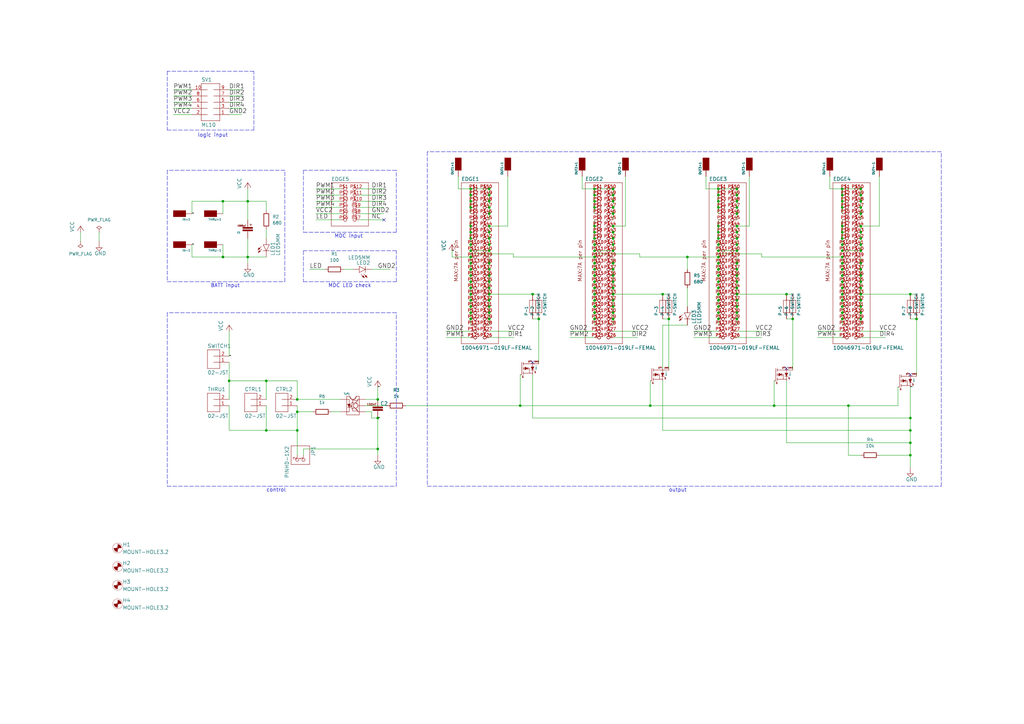
<source format=kicad_sch>
(kicad_sch (version 20250114) (generator "eeschema") (generator_version "9.0")
  (paper "A3")
  (text "BATT input" (at 86.36 118.11 0) (effects (font (size 1.4986 1.4986)) (justify left bottom)))
  (text "MDC input" (at 137.16 97.79 0) (effects (font (size 1.4986 1.4986)) (justify left bottom)))
  (text "logic input" (at 81.026 56.388 0) (effects (font (size 1.4986 1.4986)) (justify left bottom)))
  (text "control" (at 109.22 201.93 0) (effects (font (size 1.4986 1.4986)) (justify left bottom)))
  (text "MDC LED check" (at 134.62 118.11 0) (effects (font (size 1.4986 1.4986)) (justify left bottom)))
  (text "output" (at 274.32 201.93 0) (effects (font (size 1.4986 1.4986)) (justify left bottom)))
  (junction (at 200.66 85.09))
  (junction (at 243.84 80.01))
  (junction (at 353.06 110.49))
  (junction (at 251.46 115.57))
  (junction (at 325.12 130.81))
  (junction (at 200.66 118.11))
  (junction (at 294.64 102.87))
  (junction (at 251.46 95.25))
  (junction (at 353.06 82.55))
  (junction (at 251.46 118.11))
  (junction (at 302.26 92.71))
  (junction (at 294.64 82.55))
  (junction (at 193.04 113.03))
  (junction (at 251.46 85.09))
  (junction (at 101.6 105.41))
  (junction (at 294.64 85.09))
  (junction (at 193.04 118.11))
  (junction (at 200.66 123.19))
  (junction (at 294.64 118.11))
  (junction (at 373.38 181.61))
  (junction (at 345.44 100.33))
  (junction (at 353.06 92.71))
  (junction (at 154.94 171.45))
  (junction (at 251.46 107.95))
  (junction (at 109.22 176.53))
  (junction (at 200.66 113.03))
  (junction (at 91.44 105.41))
  (junction (at 193.04 100.33))
  (junction (at 353.06 130.81))
  (junction (at 281.94 105.41))
  (junction (at 345.44 80.01))
  (junction (at 251.46 125.73))
  (junction (at 345.44 130.81))
  (junction (at 251.46 123.19))
  (junction (at 220.98 130.81))
  (junction (at 302.26 100.33))
  (junction (at 294.64 120.65))
  (junction (at 302.26 87.63))
  (junction (at 294.64 125.73))
  (junction (at 251.46 102.87))
  (junction (at 243.84 125.73))
  (junction (at 193.04 105.41))
  (junction (at 193.04 97.79))
  (junction (at 294.64 100.33))
  (junction (at 353.06 118.11))
  (junction (at 294.64 107.95))
  (junction (at 345.44 120.65))
  (junction (at 353.06 123.19))
  (junction (at 193.04 128.27))
  (junction (at 345.44 107.95))
  (junction (at 251.46 80.01))
  (junction (at 302.26 102.87))
  (junction (at 193.04 85.09))
  (junction (at 302.26 123.19))
  (junction (at 243.84 97.79))
  (junction (at 302.26 77.47))
  (junction (at 345.44 115.57))
  (junction (at 200.66 115.57))
  (junction (at 294.64 105.41))
  (junction (at 243.84 130.81))
  (junction (at 193.04 95.25))
  (junction (at 200.66 87.63))
  (junction (at 200.66 125.73))
  (junction (at 302.26 82.55))
  (junction (at 353.06 80.01))
  (junction (at 200.66 92.71))
  (junction (at 345.44 77.47))
  (junction (at 121.92 176.53))
  (junction (at 251.46 130.81))
  (junction (at 345.44 92.71))
  (junction (at 200.66 82.55))
  (junction (at 251.46 128.27))
  (junction (at 294.64 113.03))
  (junction (at 154.94 184.15))
  (junction (at 243.84 85.09))
  (junction (at 347.98 166.37))
  (junction (at 251.46 113.03))
  (junction (at 193.04 107.95))
  (junction (at 353.06 120.65))
  (junction (at 353.06 107.95))
  (junction (at 200.66 100.33))
  (junction (at 218.44 120.65))
  (junction (at 302.26 97.79))
  (junction (at 243.84 128.27))
  (junction (at 353.06 97.79))
  (junction (at 243.84 95.25))
  (junction (at 345.44 125.73))
  (junction (at 200.66 97.79))
  (junction (at 373.38 176.53))
  (junction (at 353.06 87.63))
  (junction (at 294.64 110.49))
  (junction (at 251.46 100.33))
  (junction (at 193.04 123.19))
  (junction (at 353.06 77.47))
  (junction (at 302.26 85.09))
  (junction (at 353.06 113.03))
  (junction (at 193.04 125.73))
  (junction (at 302.26 120.65))
  (junction (at 243.84 110.49))
  (junction (at 200.66 130.81))
  (junction (at 271.78 120.65))
  (junction (at 345.44 102.87))
  (junction (at 373.38 120.65))
  (junction (at 193.04 110.49))
  (junction (at 193.04 130.81))
  (junction (at 345.44 113.03))
  (junction (at 251.46 77.47))
  (junction (at 345.44 95.25))
  (junction (at 121.92 163.83))
  (junction (at 243.84 123.19))
  (junction (at 294.64 97.79))
  (junction (at 322.58 120.65))
  (junction (at 302.26 125.73))
  (junction (at 200.66 107.95))
  (junction (at 200.66 110.49))
  (junction (at 373.38 171.45))
  (junction (at 193.04 82.55))
  (junction (at 302.26 115.57))
  (junction (at 353.06 95.25))
  (junction (at 294.64 95.25))
  (junction (at 302.26 95.25))
  (junction (at 101.6 82.55))
  (junction (at 251.46 120.65))
  (junction (at 93.98 156.21))
  (junction (at 353.06 128.27))
  (junction (at 345.44 97.79))
  (junction (at 200.66 80.01))
  (junction (at 251.46 110.49))
  (junction (at 251.46 82.55))
  (junction (at 294.64 123.19))
  (junction (at 243.84 102.87))
  (junction (at 294.64 130.81))
  (junction (at 121.92 168.91))
  (junction (at 243.84 118.11))
  (junction (at 200.66 102.87))
  (junction (at 302.26 80.01))
  (junction (at 200.66 120.65))
  (junction (at 353.06 115.57))
  (junction (at 251.46 97.79))
  (junction (at 345.44 128.27))
  (junction (at 317.5 166.37))
  (junction (at 294.64 128.27))
  (junction (at 353.06 100.33))
  (junction (at 345.44 110.49))
  (junction (at 294.64 92.71))
  (junction (at 109.22 156.21))
  (junction (at 200.66 95.25))
  (junction (at 200.66 128.27))
  (junction (at 302.26 130.81))
  (junction (at 302.26 118.11))
  (junction (at 91.44 82.55))
  (junction (at 213.36 166.37))
  (junction (at 302.26 128.27))
  (junction (at 353.06 102.87))
  (junction (at 345.44 82.55))
  (junction (at 345.44 123.19))
  (junction (at 193.04 77.47))
  (junction (at 345.44 85.09))
  (junction (at 193.04 115.57))
  (junction (at 243.84 120.65))
  (junction (at 251.46 92.71))
  (junction (at 243.84 115.57))
  (junction (at 200.66 77.47))
  (junction (at 243.84 107.95))
  (junction (at 294.64 80.01))
  (junction (at 302.26 107.95))
  (junction (at 251.46 87.63))
  (junction (at 193.04 80.01))
  (junction (at 243.84 105.41))
  (junction (at 193.04 102.87))
  (junction (at 345.44 105.41))
  (junction (at 193.04 92.71))
  (junction (at 353.06 125.73))
  (junction (at 243.84 82.55))
  (junction (at 373.38 186.69))
  (junction (at 375.92 130.81))
  (junction (at 294.64 77.47))
  (junction (at 193.04 120.65))
  (junction (at 154.94 163.83))
  (junction (at 266.7 166.37))
  (junction (at 302.26 110.49))
  (junction (at 243.84 100.33))
  (junction (at 243.84 113.03))
  (junction (at 302.26 113.03))
  (junction (at 243.84 77.47))
  (junction (at 294.64 115.57))
  (junction (at 274.32 130.81))
  (junction (at 345.44 118.11))
  (junction (at 243.84 92.71))
  (junction (at 353.06 85.09))
  (no_connect (at 322.58 151.13))
  (no_connect (at 157.48 90.17))
  (no_connect (at 218.44 148.59))
  (no_connect (at 373.38 153.67))
  (wire (pts (xy 243.84 77.47) (xy 251.46 77.47)))
  (polyline (pts (xy 104.14 29.21) (xy 68.58 29.21)) (stroke (width 0) (type dash)))
  (wire (pts (xy 147.32 82.55) (xy 157.48 82.55)))
  (wire (pts (xy 360.68 186.69) (xy 373.38 186.69)))
  (wire (pts (xy 200.66 100.33) (xy 200.66 97.79)))
  (wire (pts (xy 251.46 118.11) (xy 251.46 120.65)))
  (wire (pts (xy 353.06 102.87) (xy 353.06 100.33)))
  (wire (pts (xy 340.36 77.47) (xy 345.44 77.47)))
  (wire (pts (xy 294.64 85.09) (xy 294.64 87.63)))
  (wire (pts (xy 353.06 118.11) (xy 353.06 115.57)))
  (wire (pts (xy 294.64 130.81) (xy 294.64 128.27)))
  (wire (pts (xy 281.94 105.41) (xy 281.94 110.49)))
  (wire (pts (xy 243.84 102.87) (xy 251.46 102.87)))
  (wire (pts (xy 193.04 128.27) (xy 193.04 130.81)))
  (wire (pts (xy 302.26 102.87) (xy 302.26 100.33)))
  (wire (pts (xy 373.38 158.75) (xy 373.38 171.45)))
  (wire (pts (xy 243.84 105.41) (xy 243.84 107.95)))
  (wire (pts (xy 91.44 100.33) (xy 91.44 105.41)))
  (wire (pts (xy 139.7 90.17) (xy 129.54 90.17)))
  (wire (pts (xy 185.42 105.41) (xy 193.04 105.41)))
  (wire (pts (xy 193.04 102.87) (xy 200.66 102.87)))
  (wire (pts (xy 78.74 82.55) (xy 91.44 82.55)))
  (wire (pts (xy 373.38 176.53) (xy 373.38 181.61)))
  (wire (pts (xy 251.46 123.19) (xy 251.46 125.73)))
  (wire (pts (xy 345.44 80.01) (xy 345.44 82.55)))
  (wire (pts (xy 78.74 39.37) (xy 71.12 39.37)))
  (wire (pts (xy 281.94 133.35) (xy 271.78 133.35)))
  (polyline (pts (xy 68.58 115.57) (xy 116.84 115.57)) (stroke (width 0) (type dash)))
  (wire (pts (xy 353.06 118.11) (xy 353.06 120.65)))
  (wire (pts (xy 251.46 110.49) (xy 251.46 107.95)))
  (wire (pts (xy 345.44 100.33) (xy 345.44 102.87)))
  (wire (pts (xy 200.66 92.71) (xy 208.28 92.71)))
  (wire (pts (xy 243.84 113.03) (xy 243.84 115.57)))
  (wire (pts (xy 345.44 90.17) (xy 345.44 92.71)))
  (wire (pts (xy 193.04 138.43) (xy 182.88 138.43)))
  (wire (pts (xy 139.7 82.55) (xy 129.54 82.55)))
  (wire (pts (xy 200.66 87.63) (xy 200.66 90.17)))
  (wire (pts (xy 101.6 77.47) (xy 101.6 82.55)))
  (wire (pts (xy 353.06 120.65) (xy 353.06 123.19)))
  (wire (pts (xy 281.94 105.41) (xy 262.382 105.41)))
  (polyline (pts (xy 68.58 53.34) (xy 104.14 53.34)) (stroke (width 0) (type dash)))
  (wire (pts (xy 200.66 123.19) (xy 200.66 125.73)))
  (wire (pts (xy 154.94 163.83) (xy 149.86 163.83)))
  (wire (pts (xy 294.64 128.27) (xy 294.64 125.73)))
  (wire (pts (xy 294.64 90.17) (xy 294.64 92.71)))
  (wire (pts (xy 345.44 113.03) (xy 345.44 115.57)))
  (wire (pts (xy 200.66 85.09) (xy 200.66 87.63)))
  (wire (pts (xy 302.26 128.27) (xy 302.26 130.81)))
  (wire (pts (xy 200.66 128.27) (xy 200.66 130.81)))
  (wire (pts (xy 251.46 100.33) (xy 251.46 97.79)))
  (wire (pts (xy 302.26 135.89) (xy 312.42 135.89)))
  (wire (pts (xy 200.66 95.25) (xy 200.66 92.71)))
  (polyline (pts (xy 162.56 102.87) (xy 124.46 102.87)) (stroke (width 0) (type dash)))
  (wire (pts (xy 312.42 104.14) (xy 294.64 104.14)))
  (polyline (pts (xy 104.14 53.34) (xy 104.14 29.21)) (stroke (width 0) (type dash)))
  (wire (pts (xy 256.54 92.71) (xy 256.54 72.39)))
  (polyline (pts (xy 175.26 62.23) (xy 175.26 199.39)) (stroke (width 0) (type dash)))
  (wire (pts (xy 373.38 186.69) (xy 373.38 191.77)))
  (wire (pts (xy 193.04 95.25) (xy 193.04 97.79)))
  (wire (pts (xy 135.89 168.91) (xy 139.7 168.91)))
  (wire (pts (xy 243.84 82.55) (xy 243.84 85.09)))
  (wire (pts (xy 147.32 80.01) (xy 157.48 80.01)))
  (wire (pts (xy 340.36 72.39) (xy 340.36 77.47)))
  (wire (pts (xy 251.46 97.79) (xy 251.46 95.25)))
  (wire (pts (xy 139.7 85.09) (xy 129.54 85.09)))
  (wire (pts (xy 317.5 166.37) (xy 347.98 166.37)))
  (wire (pts (xy 101.6 82.55) (xy 109.22 82.55)))
  (wire (pts (xy 200.66 130.81) (xy 200.66 133.35)))
  (wire (pts (xy 93.98 176.53) (xy 93.98 166.37)))
  (wire (pts (xy 91.44 87.63) (xy 91.44 82.55)))
  (wire (pts (xy 147.32 77.47) (xy 157.48 77.47)))
  (wire (pts (xy 193.04 107.95) (xy 193.04 110.49)))
  (wire (pts (xy 218.44 130.81) (xy 220.98 130.81)))
  (wire (pts (xy 243.84 130.81) (xy 243.84 128.27)))
  (wire (pts (xy 294.64 97.79) (xy 294.64 100.33)))
  (wire (pts (xy 101.6 105.41) (xy 109.22 105.41)))
  (wire (pts (xy 345.44 123.19) (xy 345.44 120.65)))
  (wire (pts (xy 345.44 118.11) (xy 345.44 120.65)))
  (wire (pts (xy 152.4 171.45) (xy 152.4 168.91)))
  (wire (pts (xy 353.06 128.27) (xy 353.06 130.81)))
  (wire (pts (xy 158.75 166.37) (xy 149.86 166.37)))
  (wire (pts (xy 93.98 39.37) (xy 99.06 39.37)))
  (wire (pts (xy 373.38 120.65) (xy 353.06 120.65)))
  (wire (pts (xy 187.96 77.47) (xy 193.04 77.47)))
  (wire (pts (xy 353.06 95.25) (xy 353.06 92.71)))
  (wire (pts (xy 243.84 90.17) (xy 243.84 92.71)))
  (wire (pts (xy 353.06 107.95) (xy 353.06 105.41)))
  (wire (pts (xy 121.92 168.91) (xy 121.92 166.37)))
  (wire (pts (xy 243.84 97.79) (xy 243.84 100.33)))
  (wire (pts (xy 294.64 123.19) (xy 294.64 120.65)))
  (wire (pts (xy 353.06 130.81) (xy 353.06 133.35)))
  (wire (pts (xy 345.44 97.79) (xy 345.44 100.33)))
  (wire (pts (xy 152.4 110.49) (xy 160.02 110.49)))
  (wire (pts (xy 193.04 125.73) (xy 193.04 128.27)))
  (wire (pts (xy 200.66 138.43) (xy 210.82 138.43)))
  (wire (pts (xy 307.34 72.39) (xy 307.34 92.71)))
  (wire (pts (xy 200.66 97.79) (xy 200.66 95.25)))
  (wire (pts (xy 345.44 128.27) (xy 345.44 125.73)))
  (wire (pts (xy 294.64 107.95) (xy 294.64 110.49)))
  (wire (pts (xy 154.94 184.15) (xy 154.94 186.69)))
  (wire (pts (xy 193.04 77.47) (xy 193.04 80.01)))
  (wire (pts (xy 322.58 130.81) (xy 325.12 130.81)))
  (wire (pts (xy 243.84 100.33) (xy 243.84 102.87)))
  (wire (pts (xy 121.92 156.21) (xy 121.92 163.83)))
  (wire (pts (xy 243.84 133.35) (xy 243.84 130.81)))
  (wire (pts (xy 347.98 186.69) (xy 347.98 166.37)))
  (wire (pts (xy 251.46 138.43) (xy 261.62 138.43)))
  (wire (pts (xy 325.12 130.81) (xy 325.12 151.13)))
  (wire (pts (xy 193.04 90.17) (xy 193.04 92.71)))
  (wire (pts (xy 154.94 158.75) (xy 154.94 163.83)))
  (wire (pts (xy 121.92 186.69) (xy 121.92 176.53)))
  (wire (pts (xy 345.44 105.41) (xy 345.44 107.95)))
  (wire (pts (xy 345.44 85.09) (xy 345.44 87.63)))
  (wire (pts (xy 251.46 113.03) (xy 251.46 110.49)))
  (wire (pts (xy 147.32 90.17) (xy 157.48 90.17)))
  (wire (pts (xy 243.84 107.95) (xy 243.84 110.49)))
  (wire (pts (xy 360.68 92.71) (xy 360.68 72.39)))
  (wire (pts (xy 271.78 156.21) (xy 271.78 176.53)))
  (wire (pts (xy 262.382 105.41) (xy 262.382 104.14)))
  (wire (pts (xy 78.74 46.99) (xy 71.12 46.99)))
  (polyline (pts (xy 68.58 29.21) (xy 68.58 53.34)) (stroke (width 0) (type dash)))
  (wire (pts (xy 193.04 80.01) (xy 193.04 82.55)))
  (wire (pts (xy 109.22 176.53) (xy 93.98 176.53)))
  (wire (pts (xy 200.66 82.55) (xy 200.66 85.09)))
  (wire (pts (xy 373.38 171.45) (xy 373.38 176.53)))
  (wire (pts (xy 40.64 95.25) (xy 40.64 99.06)))
  (wire (pts (xy 93.98 41.91) (xy 99.06 41.91)))
  (wire (pts (xy 93.98 146.05) (xy 93.98 135.89)))
  (wire (pts (xy 124.46 184.15) (xy 154.94 184.15)))
  (wire (pts (xy 345.44 125.73) (xy 345.44 123.19)))
  (wire (pts (xy 302.26 100.33) (xy 302.26 97.79)))
  (wire (pts (xy 93.98 36.83) (xy 99.06 36.83)))
  (wire (pts (xy 93.98 156.21) (xy 93.98 163.83)))
  (wire (pts (xy 243.84 104.14) (xy 243.84 105.41)))
  (wire (pts (xy 139.7 163.83) (xy 121.92 163.83)))
  (wire (pts (xy 251.46 125.73) (xy 251.46 128.27)))
  (wire (pts (xy 302.26 80.01) (xy 302.26 82.55)))
  (wire (pts (xy 210.566 104.14) (xy 193.04 104.14)))
  (wire (pts (xy 213.36 153.67) (xy 213.36 166.37)))
  (wire (pts (xy 294.64 113.03) (xy 294.64 115.57)))
  (wire (pts (xy 218.44 171.45) (xy 373.38 171.45)))
  (wire (pts (xy 294.64 135.89) (xy 284.48 135.89)))
  (wire (pts (xy 193.04 130.81) (xy 193.04 133.35)))
  (wire (pts (xy 147.32 85.09) (xy 157.48 85.09)))
  (wire (pts (xy 139.7 87.63) (xy 129.54 87.63)))
  (wire (pts (xy 302.26 110.49) (xy 302.26 107.95)))
  (wire (pts (xy 243.84 92.71) (xy 243.84 95.25)))
  (wire (pts (xy 220.98 120.65) (xy 218.44 120.65)))
  (wire (pts (xy 294.64 118.11) (xy 294.64 120.65)))
  (polyline (pts (xy 124.46 69.85) (xy 124.46 95.25)) (stroke (width 0) (type dash)))
  (wire (pts (xy 294.64 105.41) (xy 294.64 107.95)))
  (wire (pts (xy 345.44 138.43) (xy 335.28 138.43)))
  (wire (pts (xy 251.46 115.57) (xy 251.46 113.03)))
  (polyline (pts (xy 68.58 128.27) (xy 68.58 199.39)) (stroke (width 0) (type dash)))
  (wire (pts (xy 373.38 130.81) (xy 375.92 130.81)))
  (wire (pts (xy 213.36 166.37) (xy 266.7 166.37)))
  (wire (pts (xy 243.84 77.47) (xy 243.84 80.01)))
  (wire (pts (xy 302.26 77.47) (xy 302.26 80.01)))
  (wire (pts (xy 302.26 138.43) (xy 312.42 138.43)))
  (wire (pts (xy 368.3 166.37) (xy 368.3 158.75)))
  (wire (pts (xy 101.6 105.41) (xy 101.6 107.95)))
  (wire (pts (xy 322.58 181.61) (xy 373.38 181.61)))
  (wire (pts (xy 345.44 115.57) (xy 345.44 118.11)))
  (wire (pts (xy 109.22 176.53) (xy 109.22 166.37)))
  (wire (pts (xy 294.64 104.14) (xy 294.64 105.41)))
  (wire (pts (xy 307.34 92.71) (xy 302.26 92.71)))
  (wire (pts (xy 243.84 85.09) (xy 243.84 87.63)))
  (wire (pts (xy 302.26 87.63) (xy 302.26 90.17)))
  (wire (pts (xy 238.76 77.47) (xy 243.84 77.47)))
  (wire (pts (xy 251.46 135.89) (xy 261.62 135.89)))
  (wire (pts (xy 218.44 153.67) (xy 218.44 171.45)))
  (wire (pts (xy 243.84 80.01) (xy 243.84 82.55)))
  (wire (pts (xy 243.84 125.73) (xy 243.84 123.19)))
  (wire (pts (xy 353.06 113.03) (xy 353.06 110.49)))
  (wire (pts (xy 193.04 118.11) (xy 193.04 120.65)))
  (polyline (pts (xy 116.84 69.85) (xy 68.58 69.85)) (stroke (width 0) (type dash)))
  (wire (pts (xy 302.26 115.57) (xy 302.26 113.03)))
  (wire (pts (xy 193.04 123.19) (xy 193.04 125.73)))
  (wire (pts (xy 154.94 171.45) (xy 154.94 184.15)))
  (wire (pts (xy 317.5 166.37) (xy 317.5 156.21)))
  (wire (pts (xy 373.38 181.61) (xy 373.38 186.69)))
  (wire (pts (xy 238.76 72.39) (xy 238.76 77.47)))
  (wire (pts (xy 101.6 105.41) (xy 101.6 97.79)))
  (wire (pts (xy 243.84 135.89) (xy 233.68 135.89)))
  (wire (pts (xy 294.64 115.57) (xy 294.64 118.11)))
  (wire (pts (xy 345.44 82.55) (xy 345.44 85.09)))
  (wire (pts (xy 243.84 110.49) (xy 243.84 113.03)))
  (wire (pts (xy 294.64 102.87) (xy 302.26 102.87)))
  (wire (pts (xy 200.66 113.03) (xy 200.66 115.57)))
  (wire (pts (xy 251.46 82.55) (xy 251.46 85.09)))
  (wire (pts (xy 200.66 80.01) (xy 200.66 82.55)))
  (wire (pts (xy 78.74 87.63) (xy 78.74 82.55)))
  (wire (pts (xy 294.64 92.71) (xy 294.64 95.25)))
  (wire (pts (xy 193.04 92.71) (xy 193.04 95.25)))
  (wire (pts (xy 154.94 171.45) (xy 152.4 171.45)))
  (wire (pts (xy 243.84 115.57) (xy 243.84 118.11)))
  (wire (pts (xy 251.46 102.87) (xy 251.46 100.33)))
  (wire (pts (xy 274.32 120.65) (xy 271.78 120.65)))
  (wire (pts (xy 281.94 118.11) (xy 281.94 125.73)))
  (polyline (pts (xy 162.56 69.85) (xy 124.46 69.85)) (stroke (width 0) (type dash)))
  (polyline (pts (xy 162.56 128.27) (xy 68.58 128.27)) (stroke (width 0) (type dash)))
  (wire (pts (xy 271.78 133.35) (xy 271.78 151.13)))
  (wire (pts (xy 271.78 130.81) (xy 274.32 130.81)))
  (wire (pts (xy 101.6 90.17) (xy 101.6 82.55)))
  (wire (pts (xy 109.22 82.55) (xy 109.22 86.36)))
  (wire (pts (xy 251.46 120.65) (xy 251.46 123.19)))
  (wire (pts (xy 302.26 95.25) (xy 302.26 92.71)))
  (wire (pts (xy 274.32 130.81) (xy 274.32 151.13)))
  (wire (pts (xy 251.46 128.27) (xy 251.46 130.81)))
  (wire (pts (xy 353.06 123.19) (xy 353.06 125.73)))
  (wire (pts (xy 251.46 85.09) (xy 251.46 87.63)))
  (polyline (pts (xy 68.58 199.39) (xy 162.56 199.39)) (stroke (width 0) (type dash)))
  (wire (pts (xy 251.46 120.65) (xy 271.78 120.65)))
  (wire (pts (xy 353.06 110.49) (xy 353.06 107.95)))
  (wire (pts (xy 93.98 46.99) (xy 99.06 46.99)))
  (wire (pts (xy 345.44 77.47) (xy 345.44 80.01)))
  (wire (pts (xy 200.66 110.49) (xy 200.66 113.03)))
  (wire (pts (xy 78.74 36.83) (xy 71.12 36.83)))
  (wire (pts (xy 294.64 77.47) (xy 294.64 80.01)))
  (wire (pts (xy 251.46 107.95) (xy 251.46 105.41)))
  (wire (pts (xy 353.06 85.09) (xy 353.06 87.63)))
  (wire (pts (xy 345.44 92.71) (xy 345.44 95.25)))
  (wire (pts (xy 218.44 120.65) (xy 200.66 120.65)))
  (wire (pts (xy 294.64 80.01) (xy 294.64 82.55)))
  (wire (pts (xy 345.44 105.41) (xy 312.42 105.41)))
  (wire (pts (xy 193.04 113.03) (xy 193.04 115.57)))
  (wire (pts (xy 243.84 118.11) (xy 243.84 120.65)))
  (wire (pts (xy 302.26 120.65) (xy 302.26 123.19)))
  (wire (pts (xy 193.04 77.47) (xy 200.66 77.47)))
  (wire (pts (xy 353.06 138.43) (xy 363.22 138.43)))
  (wire (pts (xy 251.46 87.63) (xy 251.46 90.17)))
  (wire (pts (xy 345.44 135.89) (xy 335.28 135.89)))
  (wire (pts (xy 124.46 186.69) (xy 124.46 184.15)))
  (wire (pts (xy 289.56 77.47) (xy 294.64 77.47)))
  (wire (pts (xy 185.42 102.87) (xy 185.42 105.41)))
  (wire (pts (xy 78.74 100.33) (xy 78.74 105.41)))
  (polyline (pts (xy 124.46 102.87) (xy 124.46 115.57)) (stroke (width 0) (type dash)))
  (wire (pts (xy 294.64 110.49) (xy 294.64 113.03)))
  (wire (pts (xy 353.06 80.01) (xy 353.06 82.55)))
  (wire (pts (xy 289.56 72.39) (xy 289.56 77.47)))
  (wire (pts (xy 345.44 77.47) (xy 353.06 77.47)))
  (wire (pts (xy 353.06 135.89) (xy 363.22 135.89)))
  (wire (pts (xy 91.44 105.41) (xy 101.6 105.41)))
  (wire (pts (xy 78.74 41.91) (xy 71.12 41.91)))
  (wire (pts (xy 312.42 105.41) (xy 312.42 104.14)))
  (wire (pts (xy 302.26 97.79) (xy 302.26 95.25)))
  (wire (pts (xy 322.58 156.21) (xy 322.58 181.61)))
  (wire (pts (xy 294.64 133.35) (xy 294.64 130.81)))
  (polyline (pts (xy 68.58 69.85) (xy 68.58 115.57)) (stroke (width 0) (type dash)))
  (polyline (pts (xy 386.08 62.23) (xy 175.26 62.23)) (stroke (width 0) (type dash)))
  (wire (pts (xy 193.04 97.79) (xy 193.04 100.33)))
  (polyline (pts (xy 162.56 199.39) (xy 162.56 128.27)) (stroke (width 0) (type dash)))
  (wire (pts (xy 251.46 92.71) (xy 256.54 92.71)))
  (wire (pts (xy 347.98 166.37) (xy 368.3 166.37)))
  (wire (pts (xy 193.04 105.41) (xy 193.04 107.95)))
  (wire (pts (xy 294.64 77.47) (xy 302.26 77.47)))
  (wire (pts (xy 353.06 82.55) (xy 353.06 85.09)))
  (wire (pts (xy 109.22 156.21) (xy 109.22 163.83)))
  (wire (pts (xy 345.44 95.25) (xy 345.44 97.79)))
  (wire (pts (xy 200.66 118.11) (xy 200.66 120.65)))
  (wire (pts (xy 208.28 72.39) (xy 208.28 92.71)))
  (wire (pts (xy 294.64 138.43) (xy 284.48 138.43)))
  (wire (pts (xy 93.98 44.45) (xy 99.06 44.45)))
  (wire (pts (xy 200.66 135.89) (xy 210.82 135.89)))
  (wire (pts (xy 353.06 100.33) (xy 353.06 97.79)))
  (wire (pts (xy 271.78 176.53) (xy 373.38 176.53)))
  (wire (pts (xy 200.66 102.87) (xy 200.66 100.33)))
  (polyline (pts (xy 116.84 115.57) (xy 116.84 69.85)) (stroke (width 0) (type dash)))
  (wire (pts (xy 121.92 176.53) (xy 109.22 176.53)))
  (wire (pts (xy 353.06 97.79) (xy 353.06 95.25)))
  (wire (pts (xy 251.46 118.11) (xy 251.46 115.57)))
  (wire (pts (xy 140.97 110.49) (xy 144.78 110.49)))
  (wire (pts (xy 187.96 72.39) (xy 187.96 77.47)))
  (wire (pts (xy 251.46 95.25) (xy 251.46 92.71)))
  (wire (pts (xy 302.26 82.55) (xy 302.26 85.09)))
  (wire (pts (xy 210.566 105.41) (xy 210.566 104.14)))
  (wire (pts (xy 302.26 118.11) (xy 302.26 120.65)))
  (wire (pts (xy 193.04 115.57) (xy 193.04 118.11)))
  (wire (pts (xy 93.98 156.21) (xy 109.22 156.21)))
  (wire (pts (xy 93.98 148.59) (xy 93.98 156.21)))
  (wire (pts (xy 193.04 82.55) (xy 193.04 85.09)))
  (wire (pts (xy 193.04 120.65) (xy 193.04 123.19)))
  (wire (pts (xy 353.06 77.47) (xy 353.06 80.01)))
  (wire (pts (xy 281.94 105.41) (xy 294.64 105.41)))
  (wire (pts (xy 243.84 105.41) (xy 210.566 105.41)))
  (wire (pts (xy 345.44 110.49) (xy 345.44 113.03)))
  (wire (pts (xy 345.44 130.81) (xy 345.44 128.27)))
  (wire (pts (xy 266.7 166.37) (xy 317.5 166.37)))
  (polyline (pts (xy 175.26 199.39) (xy 386.08 199.39)) (stroke (width 0) (type dash)))
  (wire (pts (xy 193.04 110.49) (xy 193.04 113.03)))
  (wire (pts (xy 294.64 82.55) (xy 294.64 85.09)))
  (wire (pts (xy 302.26 85.09) (xy 302.26 87.63)))
  (wire (pts (xy 78.74 105.41) (xy 91.44 105.41)))
  (wire (pts (xy 200.66 120.65) (xy 200.66 123.19)))
  (wire (pts (xy 147.32 87.63) (xy 157.48 87.63)))
  (wire (pts (xy 220.98 130.81) (xy 220.98 148.59)))
  (wire (pts (xy 302.26 125.73) (xy 302.26 128.27)))
  (wire (pts (xy 325.12 120.65) (xy 322.58 120.65)))
  (wire (pts (xy 251.46 80.01) (xy 251.46 82.55)))
  (wire (pts (xy 302.26 123.19) (xy 302.26 125.73)))
  (wire (pts (xy 200.66 115.57) (xy 200.66 118.11)))
  (wire (pts (xy 345.44 102.87) (xy 353.06 102.87)))
  (wire (pts (xy 251.46 130.81) (xy 251.46 133.35)))
  (wire (pts (xy 294.64 125.73) (xy 294.64 123.19)))
  (wire (pts (xy 33.02 95.25) (xy 33.02 99.06)))
  (wire (pts (xy 345.44 133.35) (xy 345.44 130.81)))
  (wire (pts (xy 353.06 92.71) (xy 360.68 92.71)))
  (wire (pts (xy 243.84 128.27) (xy 243.84 125.73)))
  (polyline (pts (xy 124.46 95.25) (xy 162.56 95.25)) (stroke (width 0) (type dash)))
  (wire (pts (xy 262.382 104.14) (xy 243.84 104.14)))
  (wire (pts (xy 302.26 130.81) (xy 302.26 133.35)))
  (wire (pts (xy 78.74 44.45) (xy 71.12 44.45)))
  (wire (pts (xy 302.26 113.03) (xy 302.26 110.49)))
  (wire (pts (xy 322.58 120.65) (xy 302.26 120.65)))
  (wire (pts (xy 127 110.49) (xy 133.35 110.49)))
  (wire (pts (xy 353.06 186.69) (xy 347.98 186.69)))
  (wire (pts (xy 121.92 168.91) (xy 128.27 168.91)))
  (wire (pts (xy 243.84 138.43) (xy 233.68 138.43)))
  (wire (pts (xy 353.06 115.57) (xy 353.06 113.03)))
  (wire (pts (xy 166.37 166.37) (xy 213.36 166.37)))
  (wire (pts (xy 375.92 153.67) (xy 375.92 130.81)))
  (polyline (pts (xy 162.56 115.57) (xy 162.56 102.87)) (stroke (width 0) (type dash)))
  (polyline (pts (xy 162.56 95.25) (xy 162.56 69.85)) (stroke (width 0) (type dash)))
  (wire (pts (xy 243.84 123.19) (xy 243.84 120.65)))
  (wire (pts (xy 200.66 125.73) (xy 200.66 128.27)))
  (wire (pts (xy 353.06 125.73) (xy 353.06 128.27)))
  (wire (pts (xy 193.04 135.89) (xy 182.88 135.89)))
  (wire (pts (xy 200.66 77.47) (xy 200.66 80.01)))
  (wire (pts (xy 139.7 80.01) (xy 129.54 80.01)))
  (wire (pts (xy 294.64 95.25) (xy 294.64 97.79)))
  (wire (pts (xy 302.26 107.95) (xy 302.26 105.41)))
  (wire (pts (xy 193.04 85.09) (xy 193.04 87.63)))
  (wire (pts (xy 345.44 107.95) (xy 345.44 110.49)))
  (wire (pts (xy 266.7 166.37) (xy 266.7 156.21)))
  (wire (pts (xy 121.92 176.53) (xy 121.92 168.91)))
  (wire (pts (xy 200.66 105.41) (xy 200.66 107.95)))
  (wire (pts (xy 243.84 95.25) (xy 243.84 97.79)))
  (wire (pts (xy 193.04 100.33) (xy 193.04 102.87)))
  (polyline (pts (xy 124.46 115.57) (xy 162.56 115.57)) (stroke (width 0) (type dash)))
  (wire (pts (xy 139.7 77.47) (xy 129.54 77.47)))
  (wire (pts (xy 109.22 93.98) (xy 109.22 97.79)))
  (wire (pts (xy 375.92 120.65) (xy 373.38 120.65)))
  (wire (pts (xy 353.06 87.63) (xy 353.06 90.17)))
  (wire (pts (xy 109.22 156.21) (xy 121.92 156.21)))
  (wire (pts (xy 294.64 100.33) (xy 294.64 102.87)))
  (wire (pts (xy 152.4 168.91) (xy 149.86 168.91)))
  (wire (pts (xy 91.44 82.55) (xy 101.6 82.55)))
  (wire (pts (xy 193.04 104.14) (xy 193.04 105.41)))
  (wire (pts (xy 200.66 107.95) (xy 200.66 110.49)))
  (polyline (pts (xy 386.08 199.39) (xy 386.08 62.23)) (stroke (width 0) (type dash)))
  (wire (pts (xy 302.26 118.11) (xy 302.26 115.57)))
  (wire (pts (xy 251.46 77.47) (xy 251.46 80.01)))
  (label "DIR1" (at 152.4 77.47 0) (effects (font (size 1.778 1.778))))
  (label "GND" (at 78.74 100.33 0) (effects (font (size 0.254 0.254))))
  (label "GND2" (at 152.4 87.63 0) (effects (font (size 1.778 1.778))))
  (label "PWM3" (at 71.12 41.91 0) (effects (font (size 1.778 1.778))))
  (label "VCC" (at 154.94 158.75 0) (effects (font (size 0.254 0.254))))
  (label "GND2" (at 233.68 135.89 0) (effects (font (size 1.778 1.778))))
  (label "DIR2" (at 93.98 39.37 0) (effects (font (size 1.778 1.778))))
  (label "PWM1" (at 182.88 138.43 0) (effects (font (size 1.778 1.778))))
  (label "VCC" (at 78.74 87.63 0) (effects (font (size 0.254 0.254))))
  (label "NC" (at 152.4 90.17 0) (effects (font (size 1.778 1.778))))
  (label "LED" (at 129.54 90.17 0) (effects (font (size 1.778 1.778))))
  (label "VCC2" (at 259.08 135.89 0) (effects (font (size 1.778 1.778))))
  (label "GND" (at 154.94 171.45 0) (effects (font (size 0.254 0.254))))
  (label "GND2" (at 284.48 135.89 0) (effects (font (size 1.778 1.778))))
  (label "PWM1" (at 129.54 77.47 0) (effects (font (size 1.778 1.778))))
  (label "GND" (at 373.38 158.75 0) (effects (font (size 0.254 0.254))))
  (label "DIR1" (at 208.28 138.43 0) (effects (font (size 1.778 1.778))))
  (label "VCC" (at 93.98 146.05 0) (effects (font (size 0.254 0.254))))
  (label "PWM1" (at 71.12 36.83 0) (effects (font (size 1.778 1.778))))
  (label "GND2" (at 335.28 135.89 0) (effects (font (size 1.778 1.778))))
  (label "VCC2" (at 360.68 135.89 0) (effects (font (size 1.778 1.778))))
  (label "PWM4" (at 129.54 85.09 0) (effects (font (size 1.778 1.778))))
  (label "VCC" (at 185.42 102.87 0) (effects (font (size 0.254 0.254))))
  (label "DIR3" (at 309.88 138.43 0) (effects (font (size 1.778 1.778))))
  (label "LED" (at 127 110.49 0) (effects (font (size 1.778 1.778))))
  (label "VCC2" (at 208.28 135.89 0) (effects (font (size 1.778 1.778))))
  (label "GND2" (at 154.94 110.49 0) (effects (font (size 1.778 1.778))))
  (label "GND2" (at 182.88 135.89 0) (effects (font (size 1.778 1.778))))
  (label "DIR4" (at 152.4 85.09 0) (effects (font (size 1.778 1.778))))
  (label "VCC2" (at 129.54 87.63 0) (effects (font (size 1.778 1.778))))
  (label "VCC2" (at 71.12 46.99 0) (effects (font (size 1.778 1.778))))
  (label "DIR3" (at 93.98 41.91 0) (effects (font (size 1.778 1.778))))
  (label "PWM2" (at 129.54 80.01 0) (effects (font (size 1.778 1.778))))
  (label "DIR3" (at 152.4 82.55 0) (effects (font (size 1.778 1.778))))
  (label "PWM4" (at 71.12 44.45 0) (effects (font (size 1.778 1.778))))
  (label "DIR1" (at 93.98 36.83 0) (effects (font (size 1.778 1.778))))
  (label "DIR2" (at 152.4 80.01 0) (effects (font (size 1.778 1.778))))
  (label "PWM3" (at 284.48 138.43 0) (effects (font (size 1.778 1.778))))
  (label "PWM2" (at 71.12 39.37 0) (effects (font (size 1.778 1.778))))
  (label "PWM3" (at 129.54 82.55 0) (effects (font (size 1.778 1.778))))
  (label "DIR2" (at 259.08 138.43 0) (effects (font (size 1.778 1.778))))
  (label "DIR4" (at 93.98 44.45 0) (effects (font (size 1.778 1.778))))
  (label "PWM2" (at 233.68 138.43 0) (effects (font (size 1.778 1.778))))
  (label "VCC2" (at 309.88 135.89 0) (effects (font (size 1.778 1.778))))
  (label "PWM4" (at 335.28 138.43 0) (effects (font (size 1.778 1.778))))
  (label "GND2" (at 93.98 46.99 0) (effects (font (size 1.778 1.778))))
  (label "DIR4" (at 360.68 138.43 0) (effects (font (size 1.778 1.778))))
  (symbol (lib_id "PowerUnit-Bseries(ver1.0)-eagle-import:PADS14") (at 76.2 87.63 180) (unit 1)
    (property "Reference" "IN+1" (at 78.105 89.535 0) (effects (font (size 0.8636 0.8636)) (justify left bottom)))
    (property "Value" "PADS14" (effects (hide yes)))
    (property "Footprint" "2022年度回路班_新電源基板:AWG14" (effects (hide yes)))
  )
  (symbol (lib_id "PowerUnit-Bseries(ver1.0)-eagle-import:PINHD-1X2") (at 121.92 189.23 270) (unit 1)
    (property "Reference" "JP1" (at 127.635 182.88 0) (effects (font (size 1.4986 1.4986)) (justify left bottom)))
    (property "Value" "PINHD-1X2" (at 116.84 182.88 0) (effects (font (size 1.4986 1.4986)) (justify left bottom)))
    (property "Footprint" "2022年度回路班_新電源基板:1X02" (effects (hide yes)))
  )
  (symbol (lib_id "PowerUnit-Bseries(ver1.0)-eagle-import:10046971-019LF-FEMAL") (at 347.98 107.95 0) (unit 1)
    (property "Reference" "EDGE4" (at 341.63 74.295 0) (effects (font (size 1.4986 1.4986)) (justify left bottom)))
    (property "Value" "10046971-019LF-FEMAL" (at 341.63 143.51 0) (effects (font (size 1.4986 1.4986)) (justify left bottom)))
    (property "Footprint" "2022年度回路班_新電源基板:10046971-019LF" (effects (hide yes)))
  )
  (symbol (lib_id "PowerUnit-Bseries(ver1.0)-eagle-import:P-SWITCH") (at 325.12 125.73 0) (unit 1)
    (property "Reference" "P-6" (at 323.215 129.54 90) (effects (font (size 1.1938 1.1938)) (justify left bottom)))
    (property "Value" "P-SWITCH" (at 328.295 129.54 90) (effects (font (size 1.1938 1.1938)) (justify left bottom)))
    (property "Footprint" "2022年度回路班_新電源基板:P-SWITCH" (effects (hide yes)))
  )
  (symbol (lib_id "PowerUnit-Bseries(ver1.0)-eagle-import:GND") (at 154.94 189.23 0) (unit 1)
    (property "Reference" "#SUPPLY02" (effects (hide yes)))
    (property "Value" "GND" (at 153.035 192.405 0) (effects (font (size 1.4986 1.4986)) (justify left bottom)))
  )
  (symbol (lib_id "PowerUnit-Bseries(ver1.0)-eagle-import:P-SWITCH") (at 322.58 125.73 0) (unit 1)
    (property "Reference" "P-5" (at 320.675 129.54 90) (effects (font (size 1.1938 1.1938)) (justify left bottom)))
    (property "Value" "P-SWITCH" (at 325.755 129.54 90) (effects (font (size 1.1938 1.1938)) (justify left bottom)))
    (property "Footprint" "2022年度回路班_新電源基板:P-SWITCH" (effects (hide yes)))
  )
  (symbol (lib_id "PowerUnit-Bseries(ver1.0)-eagle-import:ML10") (at 86.36 41.91 0) (unit 1)
    (property "Reference" "SV1" (at 82.55 33.528 0) (effects (font (size 1.4986 1.4986)) (justify left bottom)))
    (property "Value" "ML10" (at 82.55 52.07 0) (effects (font (size 1.4986 1.4986)) (justify left bottom)))
    (property "Footprint" "2022年度回路班_新電源基板:ML10" (effects (hide yes)))
  )
  (symbol (lib_id "PowerUnit-Bseries(ver1.0)-eagle-import:LED5MM") (at 147.32 110.49 90) (unit 1)
    (property "Reference" "LED2" (at 151.892 106.934 90) (effects (font (size 1.4986 1.4986)) (justify left bottom)))
    (property "Value" "LED5MM" (at 151.892 104.775 90) (effects (font (size 1.4986 1.4986)) (justify left bottom)))
    (property "Footprint" "2022年度回路班_新電源基板:LED5MM" (effects (hide yes)))
  )
  (symbol (lib_id "PowerUnit-Bseries(ver1.0)-eagle-import:50ZLH1000MEFC16X25") (at 101.6 92.71 0) (unit 1)
    (property "Reference" "C1" (at 97.282 95.758 0) (effects (font (size 0.635 0.635)) (justify left bottom)))
    (property "Value" "50ZLH1000MEFC16X25" (effects (hide yes)))
    (property "Footprint" "2022年度回路班_新電源基板:50ZLH1000MEFC16X25" (effects (hide yes)))
  )
  (symbol (lib_id "PowerUnit-Bseries(ver1.0)-eagle-import:IRLB3813_2") (at 320.04 153.67 0) (unit 1)
    (property "Reference" "IRLB-3" (at 323.85 152.4 90) (effects (font (size 0.3302 0.3302)) (justify right top)))
    (property "Value" "IRLB3813_2" (effects (hide yes)))
    (property "Footprint" "2022年度回路班_新電源基板:TO-220AB-PUT" (effects (hide yes)))
  )
  (symbol (lib_id "PowerUnit-Bseries(ver1.0)-eagle-import:02-JST") (at 101.6 163.83 0) (unit 1)
    (property "Reference" "CTRL1" (at 100.33 160.528 0) (effects (font (size 1.4986 1.4986)) (justify left bottom)))
    (property "Value" "02-JST" (at 100.33 171.45 0) (effects (font (size 1.4986 1.4986)) (justify left bottom)))
    (property "Footprint" "2022年度回路班_新電源基板:B2B-XH" (effects (hide yes)))
  )
  (symbol (lib_id "PowerUnit-Bseries(ver1.0)-eagle-import:IRLB3813_2") (at 370.84 156.21 0) (unit 1)
    (property "Reference" "IRLB-4" (at 374.65 154.94 90) (effects (font (size 0.3302 0.3302)) (justify right top)))
    (property "Value" "IRLB3813_2" (effects (hide yes)))
    (property "Footprint" "2022年度回路班_新電源基板:TO-220AB-PUT" (effects (hide yes)))
  )
  (symbol (lib_id "PowerUnit-Bseries(ver1.0)-eagle-import:P-SWITCH") (at 274.32 125.73 0) (unit 1)
    (property "Reference" "P-4" (at 272.415 129.54 90) (effects (font (size 1.1938 1.1938)) (justify left bottom)))
    (property "Value" "P-SWITCH" (at 277.495 129.54 90) (effects (font (size 1.1938 1.1938)) (justify left bottom)))
    (property "Footprint" "2022年度回路班_新電源基板:P-SWITCH" (effects (hide yes)))
  )
  (symbol (lib_id "PowerUnit-Bseries(ver1.0)-eagle-import:GCM188L81H104KA57") (at 154.94 166.37 0) (unit 1)
    (property "Reference" "C2" (at 155.956 166.37 0) (effects (font (size 1.4986 1.4986)) (justify left bottom)))
    (property "Value" "GCM188L81H104KA57" (effects (hide yes)))
    (property "Footprint" "2022年度回路班_新電源基板:GCM188L81H104KA57" (effects (hide yes)))
  )
  (symbol (lib_id "PowerUnit-Bseries(ver1.0)-eagle-import:P-SWITCH") (at 375.92 125.73 0) (unit 1)
    (property "Reference" "P-8" (at 374.015 129.54 90) (effects (font (size 1.1938 1.1938)) (justify left bottom)))
    (property "Value" "P-SWITCH" (at 379.095 129.54 90) (effects (font (size 1.1938 1.1938)) (justify left bottom)))
    (property "Footprint" "2022年度回路班_新電源基板:P-SWITCH" (effects (hide yes)))
  )
  (symbol (lib_id "PowerUnit-Bseries(ver1.0)-eagle-import:VCC") (at 185.42 100.33 0) (unit 1)
    (property "Reference" "#P+04" (effects (hide yes)))
    (property "Value" "VCC" (at 182.88 102.87 90) (effects (font (size 1.4986 1.4986)) (justify left bottom)))
  )
  (symbol (lib_id "PowerUnit-Bseries(ver1.0)-eagle-import:VCC") (at 154.94 156.21 0) (unit 1)
    (property "Reference" "#P+03" (effects (hide yes)))
    (property "Value" "VCC" (at 152.4 158.75 90) (effects (font (size 1.4986 1.4986)) (justify left bottom)))
  )
  (symbol (lib_id "PowerUnit-Bseries(ver1.0)-eagle-import:GND") (at 373.38 194.31 0) (unit 1)
    (property "Reference" "#SUPPLY03" (effects (hide yes)))
    (property "Value" "GND" (at 371.475 197.485 0) (effects (font (size 1.4986 1.4986)) (justify left bottom)))
  )
  (symbol (lib_id "PowerUnit-Bseries(ver1.0)-eagle-import:10046971-019LF-FEMAL") (at 297.18 107.95 0) (unit 1)
    (property "Reference" "EDGE3" (at 290.83 74.295 0) (effects (font (size 1.4986 1.4986)) (justify left bottom)))
    (property "Value" "10046971-019LF-FEMAL" (at 290.83 143.51 0) (effects (font (size 1.4986 1.4986)) (justify left bottom)))
    (property "Footprint" "2022年度回路班_新電源基板:10046971-019LF" (effects (hide yes)))
  )
  (symbol (lib_id "PowerUnit-Bseries(ver1.0)-eagle-import:2227MC-08-03") (at 144.78 166.37 0) (unit 1)
    (property "Reference" "TLP1" (at 140.97 161.925 0) (effects (font (size 0.6858 0.6858)) (justify left bottom)))
    (property "Value" "2227MC-08-03" (effects (hide yes)))
    (property "Footprint" "2022年度回路班_新電源基板:2227MC-08-03" (effects (hide yes)))
  )
  (symbol (lib_id "PowerUnit-Bseries(ver1.0)-eagle-import:PADS14") (at 340.36 69.85 90) (unit 1)
    (property "Reference" "OUT4+1" (at 338.455 71.755 0) (effects (font (size 0.8636 0.8636)) (justify left bottom)))
    (property "Value" "PADS14" (effects (hide yes)))
    (property "Footprint" "2022年度回路班_新電源基板:AWG14" (effects (hide yes)))
  )
  (symbol (lib_id "PowerUnit-Bseries(ver1.0)-eagle-import:PADS14") (at 238.76 69.85 90) (unit 1)
    (property "Reference" "OUT2+1" (at 236.855 71.755 0) (effects (font (size 0.8636 0.8636)) (justify left bottom)))
    (property "Value" "PADS14" (effects (hide yes)))
    (property "Footprint" "2022年度回路班_新電源基板:AWG14" (effects (hide yes)))
  )
  (symbol (lib_id "PowerUnit-Bseries(ver1.0)-eagle-import:MOUNT-HOLE3.2") (at 48.26 232.41 0) (unit 1)
    (property "Reference" "H2" (at 50.292 231.8258 0) (effects (font (size 1.4986 1.4986)) (justify left bottom)))
    (property "Value" "MOUNT-HOLE3.2" (at 50.292 234.8738 0) (effects (font (size 1.4986 1.4986)) (justify left bottom)))
    (property "Footprint" "2022年度回路班_新電源基板:3,2" (effects (hide yes)))
  )
  (symbol (lib_id "PowerUnit-Bseries(ver1.0)-eagle-import:PADS14") (at 360.68 69.85 90) (unit 1)
    (property "Reference" "OUT4-1" (at 358.775 71.755 0) (effects (font (size 0.8636 0.8636)) (justify left bottom)))
    (property "Value" "PADS14" (effects (hide yes)))
    (property "Footprint" "2022年度回路班_新電源基板:AWG14" (effects (hide yes)))
  )
  (symbol (lib_id "PowerUnit-Bseries(ver1.0)-eagle-import:VCC") (at 93.98 133.35 0) (unit 1)
    (property "Reference" "#P+02" (effects (hide yes)))
    (property "Value" "VCC" (at 91.44 135.89 90) (effects (font (size 1.4986 1.4986)) (justify left bottom)))
  )
  (symbol (lib_id "PowerUnit-Bseries(ver1.0)-eagle-import:VCC") (at 101.6 74.93 0) (unit 1)
    (property "Reference" "#P+01" (effects (hide yes)))
    (property "Value" "VCC" (at 99.06 77.47 90) (effects (font (size 1.4986 1.4986)) (justify left bottom)))
  )
  (symbol (lib_id "PowerUnit-Bseries(ver1.0)-eagle-import:PADS14") (at 88.9 87.63 180) (unit 1)
    (property "Reference" "THRU+1" (at 90.805 89.535 0) (effects (font (size 0.8636 0.8636)) (justify left bottom)))
    (property "Value" "PADS14" (effects (hide yes)))
    (property "Footprint" "2022年度回路班_新電源基板:AWG14" (effects (hide yes)))
  )
  (symbol (lib_id "PowerUnit-Bseries(ver1.0)-eagle-import:PADS14") (at 307.34 69.85 90) (unit 1)
    (property "Reference" "OUT3-1" (at 305.435 71.755 0) (effects (font (size 0.8636 0.8636)) (justify left bottom)))
    (property "Value" "PADS14" (effects (hide yes)))
    (property "Footprint" "2022年度回路班_新電源基板:AWG14" (effects (hide yes)))
  )
  (symbol (lib_id "PowerUnit-Bseries(ver1.0)-eagle-import:LED5MM") (at 109.22 100.33 0) (unit 1)
    (property "Reference" "LED1" (at 112.776 104.902 90) (effects (font (size 1.4986 1.4986)) (justify left bottom)))
    (property "Value" "LED5MM" (at 114.935 104.902 90) (effects (font (size 1.4986 1.4986)) (justify left bottom)))
    (property "Footprint" "2022年度回路班_新電源基板:LED5MM" (effects (hide yes)))
  )
  (symbol (lib_id "PowerUnit-Bseries(ver1.0)-eagle-import:10046971-019LF-FEMAL") (at 246.38 107.95 0) (unit 1)
    (property "Reference" "EDGE2" (at 240.03 74.295 0) (effects (font (size 1.4986 1.4986)) (justify left bottom)))
    (property "Value" "10046971-019LF-FEMAL" (at 240.03 143.51 0) (effects (font (size 1.4986 1.4986)) (justify left bottom)))
    (property "Footprint" "2022年度回路班_新電源基板:10046971-019LF" (effects (hide yes)))
  )
  (symbol (lib_id "PowerUnit-Bseries(ver1.0)-eagle-import:P-SWITCH") (at 271.78 125.73 0) (unit 1)
    (property "Reference" "P-3" (at 269.875 129.54 90) (effects (font (size 1.1938 1.1938)) (justify left bottom)))
    (property "Value" "P-SWITCH" (at 274.955 129.54 90) (effects (font (size 1.1938 1.1938)) (justify left bottom)))
    (property "Footprint" "2022年度回路班_新電源基板:P-SWITCH" (effects (hide yes)))
  )
  (symbol (lib_id "PowerUnit-Bseries(ver1.0)-eagle-import:P-SWITCH") (at 373.38 125.73 0) (unit 1)
    (property "Reference" "P-7" (at 371.475 129.54 90) (effects (font (size 1.1938 1.1938)) (justify left bottom)))
    (property "Value" "P-SWITCH" (at 376.555 129.54 90) (effects (font (size 1.1938 1.1938)) (justify left bottom)))
    (property "Footprint" "2022年度回路班_新電源基板:P-SWITCH" (effects (hide yes)))
  )
  (symbol (lib_id "PowerUnit-Bseries(ver1.0)-eagle-import:MOUNT-HOLE3.2") (at 48.26 224.79 0) (unit 1)
    (property "Reference" "H1" (at 50.292 224.2058 0) (effects (font (size 1.4986 1.4986)) (justify left bottom)))
    (property "Value" "MOUNT-HOLE3.2" (at 50.292 227.2538 0) (effects (font (size 1.4986 1.4986)) (justify left bottom)))
    (property "Footprint" "2022年度回路班_新電源基板:3,2" (effects (hide yes)))
  )
  (symbol (lib_id "PowerUnit-Bseries(ver1.0)-eagle-import:02-JST") (at 86.36 163.83 0) (unit 1)
    (property "Reference" "THRU1" (at 85.09 160.528 0) (effects (font (size 1.4986 1.4986)) (justify left bottom)))
    (property "Value" "02-JST" (at 85.09 171.45 0) (effects (font (size 1.4986 1.4986)) (justify left bottom)))
    (property "Footprint" "2022年度回路班_新電源基板:B2B-XH" (effects (hide yes)))
  )
  (symbol (lib_id "PowerUnit-Bseries(ver1.0)-eagle-import:IRLB3813_2") (at 215.9 151.13 0) (unit 1)
    (property "Reference" "IRLB-1" (at 219.71 149.86 90) (effects (font (size 0.3302 0.3302)) (justify right top)))
    (property "Value" "IRLB3813_2" (effects (hide yes)))
    (property "Footprint" "2022年度回路班_新電源基板:TO-220AB-PUT" (effects (hide yes)))
  )
  (symbol (lib_id "PowerUnit-Bseries(ver1.0)-eagle-import:IRLB3813_2") (at 269.24 153.67 0) (unit 1)
    (property "Reference" "IRLB-2" (at 273.05 152.4 90) (effects (font (size 0.3302 0.3302)) (justify right top)))
    (property "Value" "IRLB3813_2" (effects (hide yes)))
    (property "Footprint" "2022年度回路班_新電源基板:TO-220AB-PUT" (effects (hide yes)))
  )
  (symbol (lib_id "PowerUnit-Bseries(ver1.0)-eagle-import:7-5530843-6") (at 142.24 82.55 0) (unit 1)
    (property "Reference" "EDGE5" (at 135.89 74.295 0) (effects (font (size 1.4986 1.4986)) (justify left bottom)))
    (property "Value" "7-5530843-6" (effects (hide yes)))
    (property "Footprint" "2022年度回路班_新電源基板:7-5530843-6" (effects (hide yes)))
  )
  (symbol (lib_id "PowerUnit-Bseries(ver1.0)-eagle-import:10046971-019LF-FEMAL") (at 195.58 107.95 0) (unit 1)
    (property "Reference" "EDGE1" (at 189.23 74.295 0) (effects (font (size 1.4986 1.4986)) (justify left bottom)))
    (property "Value" "10046971-019LF-FEMAL" (at 189.23 143.51 0) (effects (font (size 1.4986 1.4986)) (justify left bottom)))
    (property "Footprint" "2022年度回路班_新電源基板:10046971-019LF" (effects (hide yes)))
  )
  (symbol (lib_id "PowerUnit-Bseries(ver1.0)-eagle-import:P-SWITCH") (at 220.98 125.73 0) (unit 1)
    (property "Reference" "P-2" (at 219.075 129.54 90) (effects (font (size 1.1938 1.1938)) (justify left bottom)))
    (property "Value" "P-SWITCH" (at 224.155 129.54 90) (effects (font (size 1.1938 1.1938)) (justify left bottom)))
    (property "Footprint" "2022年度回路班_新電源基板:P-SWITCH" (effects (hide yes)))
  )
  (symbol (lib_id "PowerUnit-Bseries(ver1.0)-eagle-import:02-JST") (at 86.36 146.05 0) (unit 1)
    (property "Reference" "SWITCH1" (at 85.09 142.748 0) (effects (font (size 1.4986 1.4986)) (justify left bottom)))
    (property "Value" "02-JST" (at 85.09 153.67 0) (effects (font (size 1.4986 1.4986)) (justify left bottom)))
    (property "Footprint" "2022年度回路班_新電源基板:B2B-XH" (effects (hide yes)))
  )
  (symbol (lib_id "PowerUnit-Bseries(ver1.0)-eagle-import:02-JST") (at 114.3 163.83 0) (unit 1)
    (property "Reference" "CTRL2" (at 113.03 160.528 0) (effects (font (size 1.4986 1.4986)) (justify left bottom)))
    (property "Value" "02-JST" (at 113.03 171.45 0) (effects (font (size 1.4986 1.4986)) (justify left bottom)))
    (property "Footprint" "2022年度回路班_新電源基板:B2B-XH" (effects (hide yes)))
  )
  (symbol (lib_id "PowerUnit-Bseries(ver1.0)-eagle-import:PADS14") (at 76.2 100.33 180) (unit 1)
    (property "Reference" "IN-1" (at 78.105 102.235 0) (effects (font (size 0.8636 0.8636)) (justify left bottom)))
    (property "Value" "PADS14" (effects (hide yes)))
    (property "Footprint" "2022年度回路班_新電源基板:AWG14" (effects (hide yes)))
  )
  (symbol (lib_id "PowerUnit-Bseries(ver1.0)-eagle-import:P-SWITCH") (at 218.44 125.73 0) (unit 1)
    (property "Reference" "P-1" (at 216.535 129.54 90) (effects (font (size 1.1938 1.1938)) (justify left bottom)))
    (property "Value" "P-SWITCH" (at 221.615 129.54 90) (effects (font (size 1.1938 1.1938)) (justify left bottom)))
    (property "Footprint" "2022年度回路班_新電源基板:P-SWITCH" (effects (hide yes)))
  )
  (symbol (lib_id "PowerUnit-Bseries(ver1.0)-eagle-import:PADS14") (at 208.28 69.85 90) (unit 1)
    (property "Reference" "OUT1-1" (at 206.375 71.755 0) (effects (font (size 0.8636 0.8636)) (justify left bottom)))
    (property "Value" "PADS14" (effects (hide yes)))
    (property "Footprint" "2022年度回路班_新電源基板:AWG14" (effects (hide yes)))
  )
  (symbol (lib_id "PowerUnit-Bseries(ver1.0)-eagle-import:MOUNT-HOLE3.2") (at 48.26 240.03 0) (unit 1)
    (property "Reference" "H3" (at 50.292 239.4458 0) (effects (font (size 1.4986 1.4986)) (justify left bottom)))
    (property "Value" "MOUNT-HOLE3.2" (at 50.292 242.4938 0) (effects (font (size 1.4986 1.4986)) (justify left bottom)))
    (property "Footprint" "2022年度回路班_新電源基板:3,2" (effects (hide yes)))
  )
  (symbol (lib_id "PowerUnit-Bseries(ver1.0)-eagle-import:PADS14") (at 187.96 69.85 90) (unit 1)
    (property "Reference" "OUT1+1" (at 186.055 71.755 0) (effects (font (size 0.8636 0.8636)) (justify left bottom)))
    (property "Value" "PADS14" (effects (hide yes)))
    (property "Footprint" "2022年度回路班_新電源基板:AWG14" (effects (hide yes)))
  )
  (symbol (lib_id "PowerUnit-Bseries(ver1.0)-eagle-import:LED5MM") (at 281.94 128.27 0) (unit 1)
    (property "Reference" "LED3" (at 285.496 132.842 90) (effects (font (size 1.4986 1.4986)) (justify left bottom)))
    (property "Value" "LED5MM" (at 287.655 132.842 90) (effects (font (size 1.4986 1.4986)) (justify left bottom)))
    (property "Footprint" "2022年度回路班_新電源基板:LED5MM" (effects (hide yes)))
  )
  (symbol (lib_id "PowerUnit-Bseries(ver1.0)-eagle-import:PADS14") (at 256.54 69.85 90) (unit 1)
    (property "Reference" "OUT2-1" (at 254.635 71.755 0) (effects (font (size 0.8636 0.8636)) (justify left bottom)))
    (property "Value" "PADS14" (effects (hide yes)))
    (property "Footprint" "2022年度回路班_新電源基板:AWG14" (effects (hide yes)))
  )
  (symbol (lib_id "PowerUnit-Bseries(ver1.0)-eagle-import:MOUNT-HOLE3.2") (at 48.26 247.65 0) (unit 1)
    (property "Reference" "H4" (at 50.292 247.0658 0) (effects (font (size 1.4986 1.4986)) (justify left bottom)))
    (property "Value" "MOUNT-HOLE3.2" (at 50.292 250.1138 0) (effects (font (size 1.4986 1.4986)) (justify left bottom)))
    (property "Footprint" "2022年度回路班_新電源基板:3,2" (effects (hide yes)))
  )
  (symbol (lib_id "PowerUnit-Bseries(ver1.0)-eagle-import:PADS14") (at 88.9 100.33 180) (unit 1)
    (property "Reference" "THRU-1" (at 90.805 102.235 0) (effects (font (size 0.8636 0.8636)) (justify left bottom)))
    (property "Value" "PADS14" (effects (hide yes)))
    (property "Footprint" "2022年度回路班_新電源基板:AWG14" (effects (hide yes)))
  )
  (symbol (lib_id "PowerUnit-Bseries(ver1.0)-eagle-import:PADS14") (at 289.56 69.85 90) (unit 1)
    (property "Reference" "OUT3+1" (at 287.655 71.755 0) (effects (font (size 0.8636 0.8636)) (justify left bottom)))
    (property "Value" "PADS14" (effects (hide yes)))
    (property "Footprint" "2022年度回路班_新電源基板:AWG14" (effects (hide yes)))
  )
  (symbol (lib_id "PowerUnit-Bseries(ver1.0)-eagle-import:GND") (at 101.6 110.49 0) (unit 1)
    (property "Reference" "#SUPPLY01" (effects (hide yes)))
    (property "Value" "GND" (at 99.695 113.665 0) (effects (font (size 1.4986 1.4986)) (justify left bottom)))
  )
  (symbol (lib_id "power:PWR_FLAG") (at 40.64 95.25 0) (unit 1)
    (property "Reference" "#FLG02" (effects (hide yes)))
    (property "Value" "PWR_FLAG" (at 40.64 90.17 0))
    (property "Description" "Special symbol for telling ERC where power comes from" (effects (hide yes)))
  )
  (symbol (lib_id "Device:R") (at 162.56 166.37 90) (unit 1)
    (property "Reference" "R3" (at 162.56 160.02 90))
    (property "Value" "1k" (at 162.56 162.56 90))
    (property "Footprint" "Resistor_THT:R_Axial_DIN0207_L6.3mm_D2.5mm_P7.62mm_Horizontal" (effects (hide yes)))
    (property "Description" "Resistor" (effects (hide yes)))
  )
  (symbol (lib_id "power:PWR_FLAG") (at 33.02 99.06 180) (unit 1)
    (property "Reference" "#FLG01" (effects (hide yes)))
    (property "Value" "PWR_FLAG" (at 33.02 104.14 0))
    (property "Description" "Special symbol for telling ERC where power comes from" (effects (hide yes)))
  )
  (symbol (lib_id "Device:R") (at 281.94 114.3 0) (unit 1)
    (property "Reference" "R5" (at 284.48 113.0299 0) (effects (justify left)))
    (property "Value" "680" (at 284.48 115.5699 0) (effects (justify left)))
    (property "Footprint" "Resistor_THT:R_Axial_DIN0207_L6.3mm_D2.5mm_P7.62mm_Horizontal" (effects (hide yes)))
    (property "Description" "Resistor" (effects (hide yes)))
  )
  (symbol (lib_id "Device:R") (at 132.08 168.91 90) (unit 1)
    (property "Reference" "R6" (at 132.08 162.56 90))
    (property "Value" "1k" (at 132.08 165.1 90))
    (property "Footprint" "Resistor_THT:R_Axial_DIN0207_L6.3mm_D2.5mm_P7.62mm_Horizontal" (effects (hide yes)))
    (property "Description" "Resistor" (effects (hide yes)))
  )
  (symbol (lib_id "Device:R") (at 137.16 110.49 90) (unit 1)
    (property "Reference" "R1" (at 137.16 104.14 90))
    (property "Value" "100" (at 137.16 106.68 90))
    (property "Footprint" "Resistor_THT:R_Axial_DIN0207_L6.3mm_D2.5mm_P7.62mm_Horizontal" (effects (hide yes)))
    (property "Description" "Resistor" (effects (hide yes)))
  )
  (symbol (lib_id "Device:R") (at 356.87 186.69 90) (unit 1)
    (property "Reference" "R4" (at 356.87 180.34 90))
    (property "Value" "10k" (at 356.87 182.88 90))
    (property "Footprint" "Resistor_THT:R_Axial_DIN0207_L6.3mm_D2.5mm_P7.62mm_Horizontal" (effects (hide yes)))
    (property "Description" "Resistor" (effects (hide yes)))
  )
  (symbol (lib_id "Device:R") (at 109.22 90.17 0) (unit 1)
    (property "Reference" "R2" (at 111.76 88.8999 0) (effects (justify left)))
    (property "Value" "680" (at 111.76 91.4399 0) (effects (justify left)))
    (property "Footprint" "Resistor_THT:R_Axial_DIN0207_L6.3mm_D2.5mm_P7.62mm_Horizontal" (effects (hide yes)))
    (property "Description" "Resistor" (effects (hide yes)))
  )
  (symbol (lib_id "PowerUnit-Bseries(ver1.0)-eagle-import:GND") (at 40.64 101.6 0) (unit 1)
    (property "Reference" "#SUPPLY04" (effects (hide yes)))
    (property "Value" "GND" (at 38.735 104.775 0) (effects (font (size 1.4986 1.4986)) (justify left bottom)))
  )
  (symbol (lib_id "PowerUnit-Bseries(ver1.0)-eagle-import:VCC") (at 33.02 92.71 0) (unit 1)
    (property "Reference" "#P+05" (effects (hide yes)))
    (property "Value" "VCC" (at 30.48 95.25 90) (effects (font (size 1.4986 1.4986)) (justify left bottom)))
  )
)
</source>
